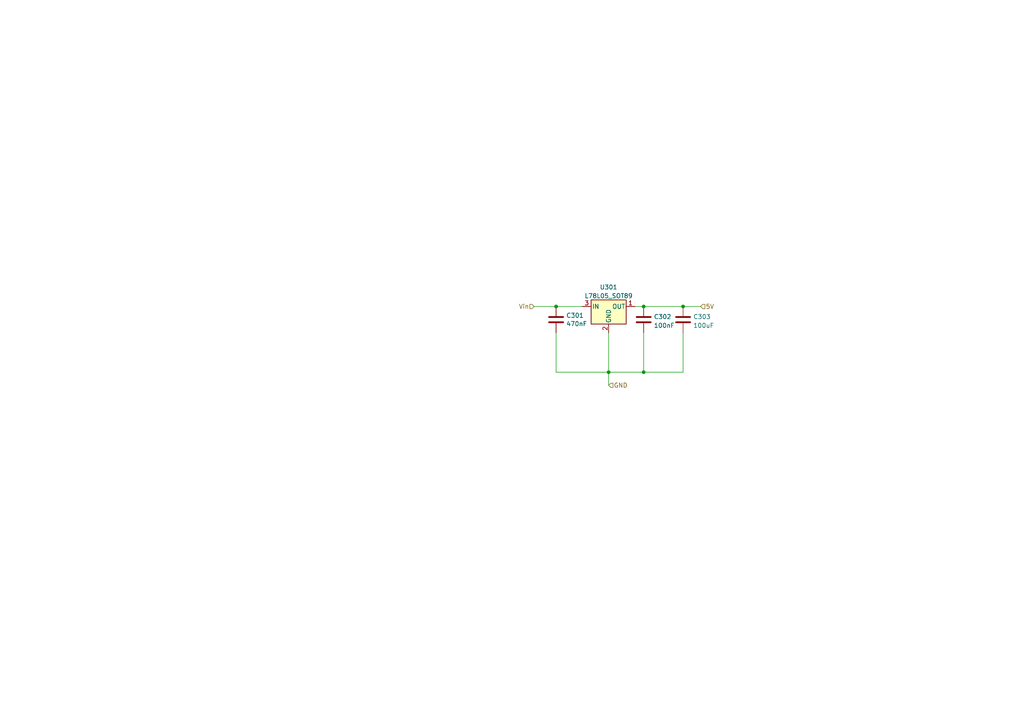
<source format=kicad_sch>
(kicad_sch (version 20230121) (generator eeschema)
  (paper "A4")
  (lib_symbols
    (symbol "Device:C" (pin_numbers hide) (pin_names (offset 0.254))
      (property "Reference" "C" (at 0.635 2.54 0))
      (property "Value" "C" (at 0.635 -2.54 0))
      (symbol "C_0_1"
        (polyline (pts (xy -2.032 -0.762) (xy 2.032 -0.762)) (stroke (width 0.508)))
        (polyline (pts (xy -2.032 0.762) (xy 2.032 0.762)) (stroke (width 0.508)))
      )
      (symbol "C_1_1"
        (pin passive line (at 0 3.81 270) (length 2.794) (name "~") (number "1"))
        (pin passive line (at 0 -3.81 90) (length 2.794) (name "~") (number "2"))
      )
    )
    (symbol "Regulator_Linear:L78L05_SOT89" (pin_names (offset 0.254))
      (property "Reference" "U" (at -3.81 3.175 0))
      (property "Value" "L78L05_SOT89" (at -0.635 3.175 0))
      (symbol "L78L05_SOT89_0_1"
        (rectangle (start -5.08 1.905) (end 5.08 -5.08) (stroke (width 0.254)) (fill (type background)))
      )
      (symbol "L78L05_SOT89_1_1"
        (pin power_out line (at 7.62 0 180) (length 2.54) (name "OUT") (number "1"))
        (pin power_in line (at 0 -7.62 90) (length 2.54) (name "GND") (number "2"))
        (pin power_in line (at -7.62 0 0) (length 2.54) (name "IN") (number "3"))
      )
    )
  )
  (junction (at 186.69 88.9))
  (junction (at 198.12 88.9))
  (junction (at 176.53 107.95))
  (junction (at 161.29 88.9))
  (junction (at 186.69 107.95))
  (wire (pts (xy 161.29 88.9) (xy 168.91 88.9)))
  (wire (pts (xy 154.94 88.9) (xy 161.29 88.9)))
  (wire (pts (xy 186.69 96.52) (xy 186.69 107.95)))
  (wire (pts (xy 176.53 107.95) (xy 176.53 111.76)))
  (wire (pts (xy 161.29 107.95) (xy 176.53 107.95)))
  (wire (pts (xy 198.12 96.52) (xy 198.12 107.95)))
  (wire (pts (xy 198.12 88.9) (xy 203.2 88.9)))
  (wire (pts (xy 161.29 96.52) (xy 161.29 107.95)))
  (wire (pts (xy 176.53 96.52) (xy 176.53 107.95)))
  (wire (pts (xy 186.69 107.95) (xy 198.12 107.95)))
  (wire (pts (xy 184.15 88.9) (xy 186.69 88.9)))
  (wire (pts (xy 186.69 88.9) (xy 198.12 88.9)))
  (wire (pts (xy 176.53 107.95) (xy 186.69 107.95)))
  (hierarchical_label "GND" (shape input) (at 176.53 111.76 0))
  (hierarchical_label "Vin" (shape input) (at 154.94 88.9 180))
  (hierarchical_label "5V" (shape input) (at 203.2 88.9 0))
  (symbol (lib_id "Device:C") (at 186.69 92.71 0) (unit 1)
    (property "Reference" "C302" (at 189.611 91.8753 0) (effects (justify left)))
    (property "Value" "100nF" (at 189.611 94.4122 0) (effects (justify left)))
    (property "Footprint" "Capacitor_SMD:C_0603_1608Metric_Pad1.08x0.95mm_HandSolder" (effects hide))
    (property "JLCPCB Part#" "C14663" (effects hide))
    (instances (project "LDO" (path "" (reference "C302") (unit 1))) (project "OS-servoDriver_relay" (path "" (reference "C302") (unit 1))) (project "general_schematics" (path "" (reference "C1802") (unit 1))))
  )
  (symbol (lib_id "Regulator_Linear:L78L05_SOT89") (at 176.53 88.9 0) (unit 1)
    (property "Reference" "U301" (at 176.53 83.2952 0))
    (property "Value" "L78L05_SOT89" (at 176.53 85.8321 0))
    (property "Footprint" "Package_TO_SOT_SMD:SOT-89-3" (effects hide))
    (property "Datasheet" "http://www.st.com/content/ccc/resource/technical/document/datasheet/15/55/e5/aa/23/5b/43/fd/CD00000446.pdf/files/CD00000446.pdf/jcr:content/translations/en.CD00000446.pdf" (effects hide))
    (property "JLCPCB Part#" "C71136" (effects hide))
    (instances (project "LDO" (path "" (reference "U301") (unit 1))) (project "OS-servoDriver_relay" (path "" (reference "U301") (unit 1))) (project "general_schematics" (path "" (reference "U1801") (unit 1))))
  )
  (symbol (lib_id "Device:C") (at 161.29 92.71 0) (unit 1)
    (property "Reference" "C301" (at 164.211 91.4979 0) (effects (justify left)))
    (property "Value" "470nF" (at 164.211 93.9221 0) (effects (justify left)))
    (property "Footprint" "Capacitor_SMD:C_0805_2012Metric" (effects hide))
    (property "JLCPCB Part#" "C13967" (effects hide))
    (instances (project "LDO" (path "" (reference "C301") (unit 1))) (project "OS-servoDriver_relay" (path "" (reference "C301") (unit 1))) (project "general_schematics" (path "" (reference "C1801") (unit 1))))
  )
  (symbol (lib_id "Device:C") (at 198.12 92.71 0) (unit 1)
    (property "Reference" "C303" (at 201.041 91.8753 0) (effects (justify left)))
    (property "Value" "100uF" (at 201.041 94.4122 0) (effects (justify left)))
    (property "Footprint" "Capacitor_SMD:C_1206_3216Metric_Pad1.33x1.80mm_HandSolder" (effects hide))
    (property "JLCPCB Part#" "C15008" (effects hide))
    (instances (project "LDO" (path "" (reference "C303") (unit 1))) (project "OS-servoDriver_relay" (path "" (reference "C303") (unit 1))) (project "general_schematics" (path "" (reference "C1803") (unit 1))))
  )
)
</source>
